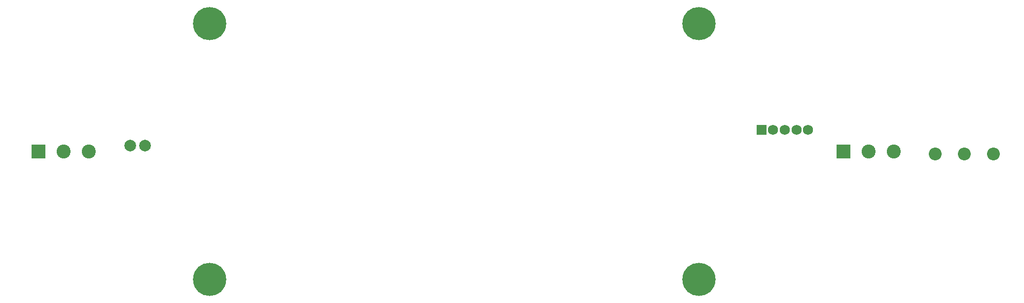
<source format=gbs>
G04 Layer: BottomSolderMaskLayer*
G04 EasyEDA v6.3.39, 2020-04-24T10:39:31-10:00*
G04 0f25efb224964ab9abe88dfcb523e386,a4d28be01f944deba2cf7c63a1f3ff09,10*
G04 Gerber Generator version 0.2*
G04 Scale: 100 percent, Rotated: No, Reflected: No *
G04 Dimensions in millimeters *
G04 leading zeros omitted , absolute positions ,3 integer and 3 decimal *
%FSLAX33Y33*%
%MOMM*%
G90*
G71D02*

%ADD25C,5.703189*%
%ADD27C,2.403196*%
%ADD29C,2.203196*%
%ADD31C,1.727200*%
%ADD32C,2.003196*%

%LPD*%
G54D25*
G01X33500Y48499D03*
G01X117499Y48499D03*
G01X33500Y4500D03*
G01X117499Y4500D03*
G36*
G01X141080Y25298D02*
G01X141080Y27701D01*
G01X143482Y27701D01*
G01X143482Y25298D01*
G01X141080Y25298D01*
G37*
G54D27*
G01X146599Y26499D03*
G01X150917Y26499D03*
G36*
G01X2881Y25298D02*
G01X2881Y27701D01*
G01X5284Y27701D01*
G01X5284Y25298D01*
G01X2881Y25298D01*
G37*
G01X8399Y26499D03*
G01X12717Y26499D03*
G54D29*
G01X168000Y26099D03*
G01X163000Y26099D03*
G01X158000Y26099D03*
G36*
G01X127336Y29337D02*
G01X127336Y31064D01*
G01X129063Y31064D01*
G01X129063Y29337D01*
G01X127336Y29337D01*
G37*
G54D31*
G01X130199Y30199D03*
G01X132199Y30199D03*
G01X134199Y30199D03*
G01X136199Y30199D03*
G54D32*
G01X22370Y27499D03*
G01X19830Y27499D03*
M00*
M02*

</source>
